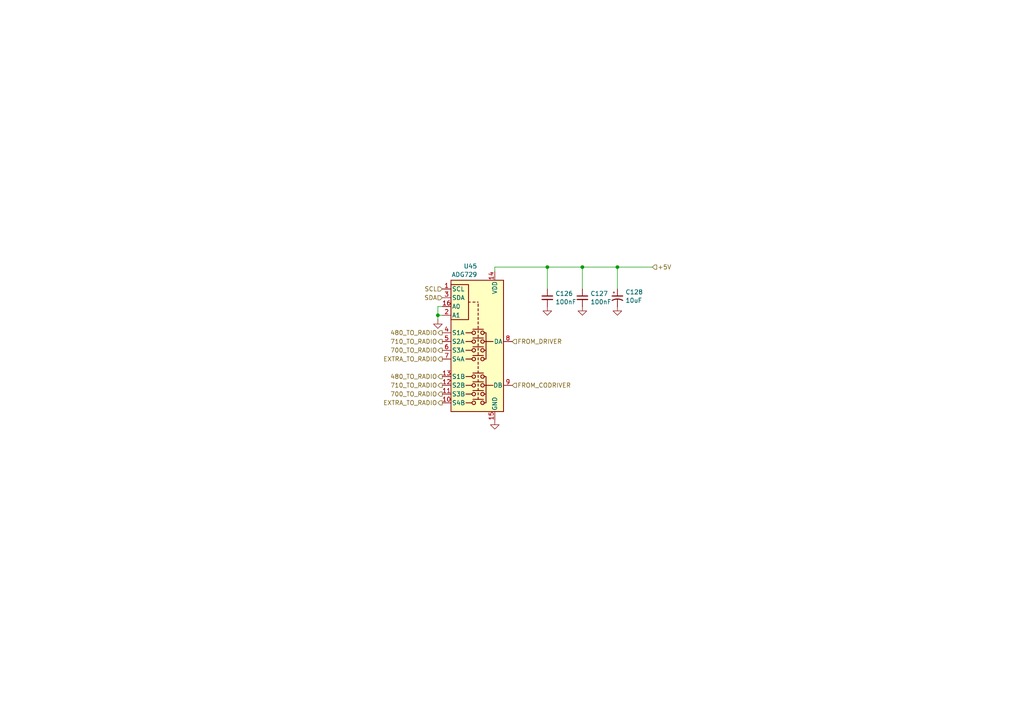
<source format=kicad_sch>
(kicad_sch (version 20250114) (generator "eeschema") (generator_version "9.0")
  (paper "A4")
  (lib_symbols
    (symbol "Analog_Switch:ADG729" (pin_names (offset 0.254))
      (property "Reference" "U" (at -7.62 20.955 0))
      (property "Value" "ADG729" (at -7.62 19.05 0))
      (symbol "ADG729_0_1"
        (rectangle (start -7.62 17.78) (end 7.62 -20.32) (stroke (width 0.254)) (fill (type background)))
        (rectangle (start -7.62 6.35) (end -2.54 16.51) (stroke (width 0.254)))
        (polyline (pts (xy -2.032 11.43) (xy -2.54 11.43)) (stroke (width 0.254)))
        (polyline (pts (xy -1.524 2.54) (xy -3.302 2.54)) (stroke (width 0.254)))
        (polyline (pts (xy -1.524 0) (xy -3.302 0)) (stroke (width 0.254)))
        (polyline (pts (xy -1.524 -2.54) (xy -3.302 -2.54)) (stroke (width 0.254)))
        (polyline (pts (xy -1.524 -5.08) (xy -3.302 -5.08)) (stroke (width 0.254)))
        (polyline (pts (xy -1.524 -10.16) (xy -3.302 -10.16)) (stroke (width 0.254)))
        (polyline (pts (xy -1.524 -12.7) (xy -3.302 -12.7)) (stroke (width 0.254)))
        (polyline (pts (xy -1.524 -15.24) (xy -3.302 -15.24)) (stroke (width 0.254)))
        (polyline (pts (xy -1.524 -17.78) (xy -3.302 -17.78)) (stroke (width 0.254)))
        (polyline (pts (xy -1.27 11.43) (xy -0.635 11.43)) (stroke (width 0.254)))
        (polyline (pts (xy -1.27 3.556) (xy 1.778 3.556)) (stroke (width 0.254)))
        (polyline (pts (xy -1.27 1.016) (xy 1.778 1.016)) (stroke (width 0.254)))
        (polyline (pts (xy -1.27 -1.524) (xy 1.778 -1.524)) (stroke (width 0.254)))
        (polyline (pts (xy -1.27 -4.064) (xy 1.778 -4.064)) (stroke (width 0.254)))
        (polyline (pts (xy -1.27 -9.144) (xy 1.778 -9.144)) (stroke (width 0.254)))
        (polyline (pts (xy -1.27 -11.684) (xy 1.778 -11.684)) (stroke (width 0.254)))
        (polyline (pts (xy -1.27 -14.224) (xy 1.778 -14.224)) (stroke (width 0.254)))
        (polyline (pts (xy -1.27 -16.764) (xy 1.778 -16.764)) (stroke (width 0.254)))
        (circle (center -1.016 2.54) (radius 0.508) (stroke (width 0.254)))
        (circle (center -1.016 0) (radius 0.508) (stroke (width 0.254)))
        (circle (center -1.016 -2.54) (radius 0.508) (stroke (width 0.254)))
        (circle (center -1.016 -5.08) (radius 0.508) (stroke (width 0.254)))
        (circle (center -1.016 -10.16) (radius 0.508) (stroke (width 0.254)))
        (circle (center -1.016 -12.7) (radius 0.508) (stroke (width 0.254)))
        (circle (center -1.016 -15.24) (radius 0.508) (stroke (width 0.254)))
        (circle (center -1.016 -17.78) (radius 0.508) (stroke (width 0.254)))
        (polyline (pts (xy 0.254 11.43) (xy 0 11.43)) (stroke (width 0.254)))
        (polyline (pts (xy 0.254 10.16) (xy 0.254 10.922)) (stroke (width 0.254)))
        (polyline (pts (xy 0.254 8.89) (xy 0.254 9.525)) (stroke (width 0.254)))
        (polyline (pts (xy 0.254 7.62) (xy 0.254 8.255)) (stroke (width 0.254)))
        (polyline (pts (xy 0.254 6.35) (xy 0.254 6.985)) (stroke (width 0.254)))
        (polyline (pts (xy 0.254 5.08) (xy 0.254 5.715)) (stroke (width 0.254)))
        (polyline (pts (xy 0.254 3.81) (xy 0.254 4.445)) (stroke (width 0.254)))
        (polyline (pts (xy 0.254 2.54) (xy 0.254 3.175)) (stroke (width 0.254)))
        (polyline (pts (xy 0.254 1.27) (xy 0.254 1.905)) (stroke (width 0.254)))
        (polyline (pts (xy 0.254 0) (xy 0.254 0.635)) (stroke (width 0.254)))
        (polyline (pts (xy 0.254 -1.27) (xy 0.254 -0.635)) (stroke (width 0.254)))
        (polyline (pts (xy 0.254 -2.54) (xy 0.254 -1.905)) (stroke (width 0.254)))
        (polyline (pts (xy 0.254 -3.81) (xy 0.254 -3.175)) (stroke (width 0.254)))
        (polyline (pts (xy 0.254 -5.334) (xy 0.254 -4.699)) (stroke (width 0.254)))
        (polyline (pts (xy 0.254 -6.604) (xy 0.254 -5.969)) (stroke (width 0.254)))
        (polyline (pts (xy 0.254 -7.874) (xy 0.254 -7.239)) (stroke (width 0.254)))
        (polyline (pts (xy 0.254 -9.144) (xy 0.254 -8.509)) (stroke (width 0.254)))
        (polyline (pts (xy 0.254 -10.414) (xy 0.254 -9.779)) (stroke (width 0.254)))
        (polyline (pts (xy 0.254 -11.684) (xy 0.254 -11.049)) (stroke (width 0.254)))
        (polyline (pts (xy 0.254 -12.954) (xy 0.254 -12.319)) (stroke (width 0.254)))
        (polyline (pts (xy 0.254 -14.224) (xy 0.254 -13.589)) (stroke (width 0.254)))
        (polyline (pts (xy 0.254 -15.494) (xy 0.254 -14.859)) (stroke (width 0.254)))
        (polyline (pts (xy 0.254 -16.764) (xy 0.254 -16.129)) (stroke (width 0.254)))
        (circle (center 1.524 2.54) (radius 0.508) (stroke (width 0.254)))
        (circle (center 1.524 0) (radius 0.508) (stroke (width 0.254)))
        (circle (center 1.524 -2.54) (radius 0.508) (stroke (width 0.254)))
        (circle (center 1.524 -5.08) (radius 0.508) (stroke (width 0.254)))
        (circle (center 1.524 -10.16) (radius 0.508) (stroke (width 0.254)))
        (circle (center 1.524 -12.7) (radius 0.508) (stroke (width 0.254)))
        (circle (center 1.524 -15.24) (radius 0.508) (stroke (width 0.254)))
        (circle (center 1.524 -17.78) (radius 0.508) (stroke (width 0.254)))
        (polyline (pts (xy 1.905 -5.08) (xy 2.54 -5.08) (xy 2.54 2.54) (xy 1.905 2.54)) (stroke (width 0.254)))
        (polyline (pts (xy 1.905 -10.16) (xy 2.54 -10.16) (xy 2.54 -17.78) (xy 1.905 -17.78)) (stroke (width 0.254)))
        (polyline (pts (xy 2.032 0) (xy 2.54 0)) (stroke (width 0.254)))
        (polyline (pts (xy 2.032 -2.54) (xy 2.54 -2.54)) (stroke (width 0.254)))
        (polyline (pts (xy 2.032 -12.7) (xy 2.54 -12.7)) (stroke (width 0.254)))
        (polyline (pts (xy 2.032 -15.24) (xy 2.54 -15.24)) (stroke (width 0.254)))
        (polyline (pts (xy 2.54 0) (xy 4.572 0)) (stroke (width 0.254)))
        (polyline (pts (xy 4.572 -12.7) (xy 2.54 -12.7)) (stroke (width 0.254)))
      )
      (symbol "ADG729_1_1"
        (pin input line (at -10.16 15.24 0) (length 2.54) (name "SCL") (number "1"))
        (pin bidirectional line (at -10.16 12.7 0) (length 2.54) (name "SDA") (number "3"))
        (pin input line (at -10.16 10.16 0) (length 2.54) (name "A0") (number "16"))
        (pin input line (at -10.16 7.62 0) (length 2.54) (name "A1") (number "2"))
        (pin bidirectional line (at -10.16 2.54 0) (length 2.54) (name "S1A") (number "4"))
        (pin bidirectional line (at -10.16 0 0) (length 2.54) (name "S2A") (number "5"))
        (pin bidirectional line (at -10.16 -2.54 0) (length 2.54) (name "S3A") (number "6"))
        (pin bidirectional line (at -10.16 -5.08 0) (length 2.54) (name "S4A") (number "7"))
        (pin bidirectional line (at -10.16 -10.16 0) (length 2.54) (name "S1B") (number "13"))
        (pin bidirectional line (at -10.16 -12.7 0) (length 2.54) (name "S2B") (number "12"))
        (pin bidirectional line (at -10.16 -15.24 0) (length 2.54) (name "S3B") (number "11"))
        (pin bidirectional line (at -10.16 -17.78 0) (length 2.54) (name "S4B") (number "10"))
        (pin power_in line (at 5.08 20.32 270) (length 2.54) (name "VDD") (number "14"))
        (pin power_in line (at 5.08 -22.86 90) (length 2.54) (name "GND") (number "15"))
        (pin bidirectional line (at 10.16 0 180) (length 2.54) (name "DA") (number "8"))
        (pin bidirectional line (at 10.16 -12.7 180) (length 2.54) (name "DB") (number "9"))
      )
    )
    (symbol "Device:C_Polarized_Small_US" (pin_numbers (hide yes)) (pin_names (offset 0.254) (hide yes))
      (property "Reference" "C" (at 0.254 1.778 0))
      (property "Value" "C_Polarized_Small_US" (at 0.254 -2.032 0))
      (symbol "C_Polarized_Small_US_0_1"
        (polyline (pts (xy -1.524 0.508) (xy 1.524 0.508)) (stroke (width 0.3048)))
        (polyline (pts (xy -1.27 1.524) (xy -0.762 1.524)))
        (polyline (pts (xy -1.016 1.27) (xy -1.016 1.778)))
        (arc (start -1.524 -0.762) (mid 0 -0.3734) (end 1.524 -0.762) (stroke (width 0.3048)))
      )
      (symbol "C_Polarized_Small_US_1_1"
        (pin passive line (at 0 2.54 270) (length 2.032) (name "~") (number "1"))
        (pin passive line (at 0 -2.54 90) (length 2.032) (name "~") (number "2"))
      )
    )
    (symbol "Device:C_Small" (pin_numbers (hide yes)) (pin_names (offset 0.254) (hide yes))
      (property "Reference" "C" (at 0.254 1.778 0))
      (property "Value" "C_Small" (at 0.254 -2.032 0))
      (symbol "C_Small_0_1"
        (polyline (pts (xy -1.524 0.508) (xy 1.524 0.508)) (stroke (width 0.3048)))
        (polyline (pts (xy -1.524 -0.508) (xy 1.524 -0.508)) (stroke (width 0.3302)))
      )
      (symbol "C_Small_1_1"
        (pin passive line (at 0 2.54 270) (length 2.032) (name "~") (number "1"))
        (pin passive line (at 0 -2.54 90) (length 2.032) (name "~") (number "2"))
      )
    )
    (symbol "power:GND" (power) (pin_numbers (hide yes)) (pin_names (offset 0) (hide yes))
      (property "Value" "GND" (at 0 -3.81 0))
      (symbol "GND_0_1"
        (polyline (pts (xy 0 0) (xy 0 -1.27) (xy 1.27 -1.27) (xy 0 -2.54) (xy -1.27 -1.27) (xy 0 -1.27)))
      )
      (symbol "GND_1_1"
        (pin power_in line (at 0 0 270) (length 0) (name "~") (number "1"))
      )
    )
  )
  (junction (at 158.75 77.47))
  (junction (at 168.91 77.47))
  (junction (at 127 91.44))
  (junction (at 179.07 77.47))
  (wire (pts (xy 179.07 77.47) (xy 179.07 83.82)))
  (wire (pts (xy 127 91.44) (xy 128.27 91.44)))
  (wire (pts (xy 127 88.9) (xy 128.27 88.9)))
  (wire (pts (xy 168.91 77.47) (xy 158.75 77.47)))
  (wire (pts (xy 158.75 77.47) (xy 158.75 83.82)))
  (wire (pts (xy 158.75 77.47) (xy 143.51 77.47)))
  (wire (pts (xy 189.23 77.47) (xy 179.07 77.47)))
  (wire (pts (xy 127 91.44) (xy 127 88.9)))
  (wire (pts (xy 179.07 77.47) (xy 168.91 77.47)))
  (wire (pts (xy 127 92.71) (xy 127 91.44)))
  (wire (pts (xy 143.51 77.47) (xy 143.51 78.74)))
  (wire (pts (xy 168.91 77.47) (xy 168.91 83.82)))
  (hierarchical_label "710_TO_RADIO" (shape output) (at 128.27 99.06 180))
  (hierarchical_label "FROM_CODRIVER" (shape input) (at 148.59 111.76 0))
  (hierarchical_label "700_TO_RADIO" (shape output) (at 128.27 101.6 180))
  (hierarchical_label "480_TO_RADIO" (shape output) (at 128.27 96.52 180))
  (hierarchical_label "700_TO_RADIO" (shape output) (at 128.27 114.3 180))
  (hierarchical_label "EXTRA_TO_RADIO" (shape output) (at 128.27 104.14 180))
  (hierarchical_label "FROM_DRIVER" (shape input) (at 148.59 99.06 0))
  (hierarchical_label "SCL" (shape input) (at 128.27 83.82 180))
  (hierarchical_label "+5V" (shape input) (at 189.23 77.47 0))
  (hierarchical_label "EXTRA_TO_RADIO" (shape output) (at 128.27 116.84 180))
  (hierarchical_label "710_TO_RADIO" (shape output) (at 128.27 111.76 180))
  (hierarchical_label "480_TO_RADIO" (shape output) (at 128.27 109.22 180))
  (hierarchical_label "SDA" (shape input) (at 128.27 86.36 180))
  (symbol (lib_id "power:GND") (at 143.51 121.92 0) (unit 1)
    (property "Reference" "#PWR0269" (effects (hide yes)))
    (property "Value" "GND" (effects (hide yes)))
    (property "Description" "Power symbol creates a global label with name \"GND\" , ground" (effects (hide yes)))
  )
  (symbol (lib_id "power:GND") (at 127 92.71 0) (unit 1)
    (property "Reference" "#PWR0275" (effects (hide yes)))
    (property "Value" "GND" (effects (hide yes)))
    (property "Description" "Power symbol creates a global label with name \"GND\" , ground" (effects (hide yes)))
  )
  (symbol (lib_id "Analog_Switch:ADG729") (at 138.43 99.06 0) (unit 1)
    (property "Reference" "U45" (at 138.43 77.216 0) (effects (justify right)))
    (property "Value" "ADG729" (at 138.43 79.6403 0) (effects (justify right)))
    (property "Footprint" "Package_SO:TSSOP-16_4.4x5mm_P0.65mm" (effects (hide yes)))
    (property "Datasheet" "https://www.analog.com/media/en/technical-documentation/data-sheets/ADG728_729.pdf" (effects (hide yes)))
    (property "Description" "Dual 4-to-1 CMOS Low Voltage 2-Wire Serially Controlled, Matrix Switches" (effects (hide yes)))
  )
  (symbol (lib_id "power:GND") (at 158.75 88.9 0) (unit 1)
    (property "Reference" "#PWR0270" (effects (hide yes)))
    (property "Value" "GND" (effects (hide yes)))
    (property "Description" "Power symbol creates a global label with name \"GND\" , ground" (effects (hide yes)))
  )
  (symbol (lib_id "power:GND") (at 179.07 88.9 0) (unit 1)
    (property "Reference" "#PWR0272" (effects (hide yes)))
    (property "Value" "GND" (effects (hide yes)))
    (property "Description" "Power symbol creates a global label with name \"GND\" , ground" (effects (hide yes)))
  )
  (symbol (lib_id "Device:C_Small") (at 158.75 86.36 0) (unit 1)
    (property "Reference" "C126" (at 161.0741 85.1541 0) (effects (justify left)))
    (property "Value" "100nF" (at 161.0741 87.5784 0) (effects (justify left)))
    (property "Description" "Unpolarized capacitor, small symbol" (effects (hide yes)))
  )
  (symbol (lib_id "Device:C_Small") (at 168.91 86.36 0) (unit 1)
    (property "Reference" "C127" (at 171.2341 85.1541 0) (effects (justify left)))
    (property "Value" "100nF" (at 171.2341 87.5784 0) (effects (justify left)))
    (property "Description" "Unpolarized capacitor, small symbol" (effects (hide yes)))
  )
  (symbol (lib_id "Device:C_Polarized_Small_US") (at 179.07 86.36 0) (unit 1)
    (property "Reference" "C128" (at 181.3814 84.716 0) (effects (justify left)))
    (property "Value" "10uF" (at 181.3814 87.1403 0) (effects (justify left)))
    (property "Description" "Polarized capacitor, small US symbol" (effects (hide yes)))
  )
  (symbol (lib_id "power:GND") (at 168.91 88.9 0) (unit 1)
    (property "Reference" "#PWR0271" (effects (hide yes)))
    (property "Value" "GND" (effects (hide yes)))
    (property "Description" "Power symbol creates a global label with name \"GND\" , ground" (effects (hide yes)))
  )
)
</source>
